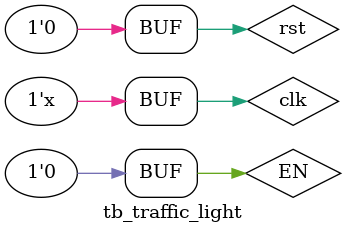
<source format=v>
`timescale 1ns/1ns
module tb_traffic_light();

reg clk;
reg rst;
reg EN;


wire [2:0] south_north_light;
wire [2:0] east_west_light;
wire [3:0] south_north_count;
wire [3:0] east_west_count;


initial begin
    clk = 0;
    rst = 1;
    #20 rst = 0;    //复位
    
    EN = 0;
    #300 EN = 1;    //保持一段时间全红
    #300 EN = 0;

end


always #5 clk = ~clk;

traffic_light traffic_light_inst(
    .clk(clk),
    .rst(rst),
    .EN(EN),
    .south_north_light(south_north_light),
    .east_west_light(east_west_light),
    .south_north_count(south_north_count),
    .east_west_count(east_west_count)
);

endmodule



</source>
